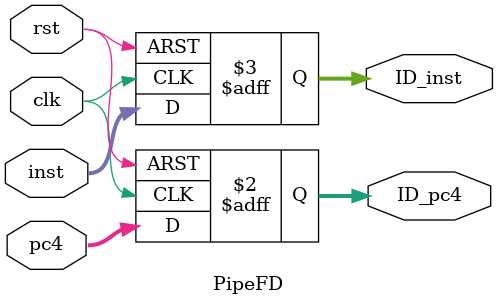
<source format=v>
`timescale 1ns / 1ps

/* Fetch2Decode */
module PipeFD(
    input clk,              // Ê±ÖÓÐÅºÅ
    input rst,              // ¸´Î»ÐÅºÅ
    input [31:0] pc4, inst,
    output reg [31:0] ID_pc4,   // Êä³öµ½ÏÂÒ»¸öÁ÷Ë®Ïß½×¶ÎµÄ PC Öµ¼Ó4
    output reg [31:0] ID_inst   // Êä³öµ½ÏÂÒ»¸öÁ÷Ë®Ïß½×¶ÎµÄÖ¸Áî
);

    always @(posedge clk or posedge rst) begin
        if (rst) begin
            ID_inst <= 32'h0;
            ID_pc4 <= 32'h0;
        end 
        else begin  // ´ÓÈ¡Ö¸½×¶Î´«µÝinstºÍnpcµ½Ö¸ÁîÒëÂë½×¶Î
            ID_inst <= inst;
            ID_pc4 <= pc4;
        end
    end
endmodule
</source>
